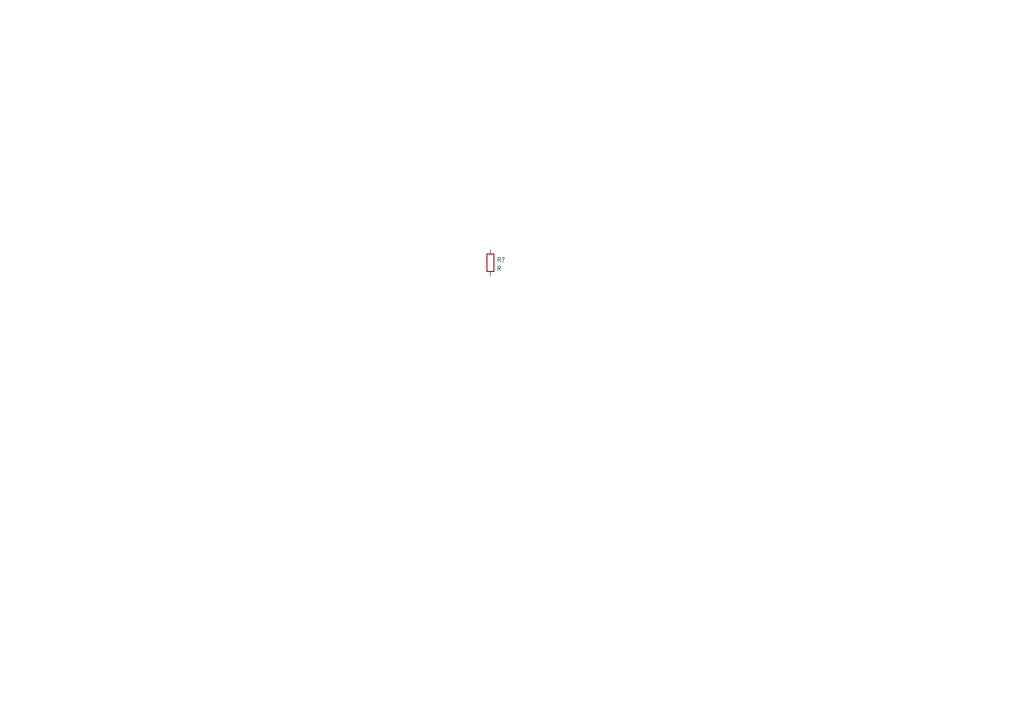
<source format=kicad_sch>
(kicad_sch (version 20211123) (generator eeschema)
  (paper "A4")
  (lib_symbols
    (symbol "Device:R" (pin_numbers hide) (pin_names (offset 0))
      (property "Reference" "R" (at 2.032 0 90))
      (property "Value" "R" (at 0 0 90))
      (symbol "R_0_1"
        (rectangle (start -1.016 -2.54) (end 1.016 2.54) (stroke (width 0.254)))
      )
      (symbol "R_1_1"
        (pin passive line (at 0 3.81 270) (length 1.27) (name "~") (number "1"))
        (pin passive line (at 0 -3.81 90) (length 1.27) (name "~") (number "2"))
      )
    )
  )
  (symbol (lib_id "Device:R") (at 142.24 76.2 0) (unit 1)
    (property "Reference" "R?" (at 144.018 75.3653 0) (effects (justify left)))
    (property "Value" "R" (at 144.018 77.9022 0) (effects (justify left)))
  )
)
</source>
